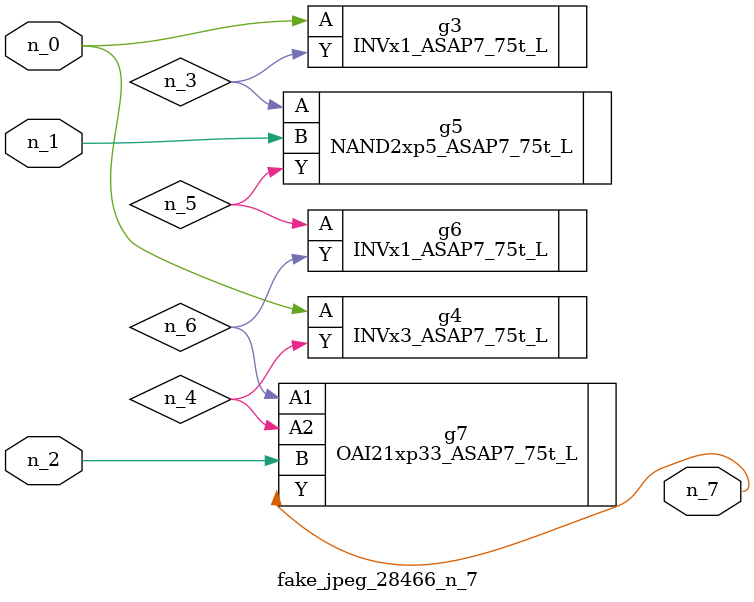
<source format=v>
module fake_jpeg_28466_n_7 (n_0, n_2, n_1, n_7);

input n_0;
input n_2;
input n_1;

output n_7;

wire n_3;
wire n_4;
wire n_6;
wire n_5;

INVx1_ASAP7_75t_L g3 ( 
.A(n_0),
.Y(n_3)
);

INVx3_ASAP7_75t_L g4 ( 
.A(n_0),
.Y(n_4)
);

NAND2xp5_ASAP7_75t_L g5 ( 
.A(n_3),
.B(n_1),
.Y(n_5)
);

INVx1_ASAP7_75t_L g6 ( 
.A(n_5),
.Y(n_6)
);

OAI21xp33_ASAP7_75t_L g7 ( 
.A1(n_6),
.A2(n_4),
.B(n_2),
.Y(n_7)
);


endmodule
</source>
